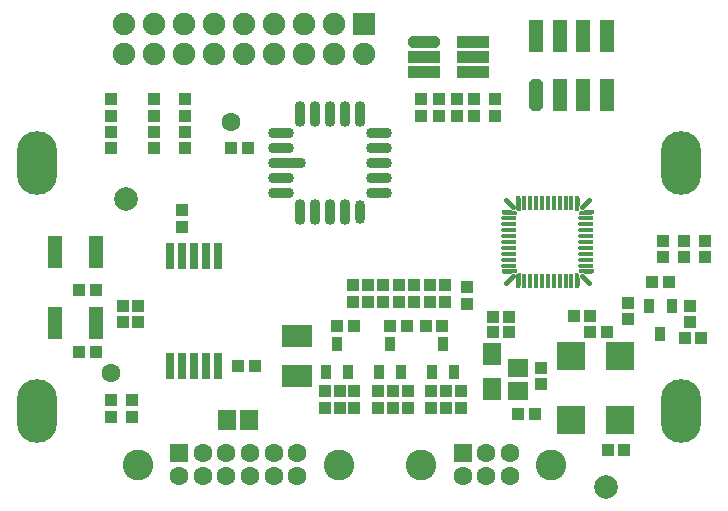
<source format=gts>
G04 Layer_Color=8388736*
%FSLAX44Y44*%
%MOMM*%
G71*
G01*
G75*
%ADD58R,0.9000X1.2000*%
%ADD59R,2.6000X1.8500*%
%ADD60O,0.9000X2.2000*%
%ADD61O,2.2000X0.9000*%
%ADD62O,0.9000X2.0000*%
%ADD63O,3.2000X0.9000*%
%ADD64R,1.2000X2.7000*%
G04:AMPARAMS|DCode=65|XSize=1.2mm|YSize=2.7mm|CornerRadius=0mm|HoleSize=0mm|Usage=FLASHONLY|Rotation=0.000|XOffset=0mm|YOffset=0mm|HoleType=Round|Shape=Octagon|*
%AMOCTAGOND65*
4,1,8,-0.3000,1.3500,0.3000,1.3500,0.6000,1.0500,0.6000,-1.0500,0.3000,-1.3500,-0.3000,-1.3500,-0.6000,-1.0500,-0.6000,1.0500,-0.3000,1.3500,0.0*
%
%ADD65OCTAGOND65*%

%ADD66R,2.8000X1.0000*%
G04:AMPARAMS|DCode=67|XSize=2.7mm|YSize=1mm|CornerRadius=0mm|HoleSize=0mm|Usage=FLASHONLY|Rotation=0.000|XOffset=0mm|YOffset=0mm|HoleType=Round|Shape=Octagon|*
%AMOCTAGOND67*
4,1,8,1.3500,-0.2500,1.3500,0.2500,1.1000,0.5000,-1.1000,0.5000,-1.3500,0.2500,-1.3500,-0.2500,-1.1000,-0.5000,1.1000,-0.5000,1.3500,-0.2500,0.0*
%
%ADD67OCTAGOND67*%

%ADD68R,2.4000X2.4000*%
%ADD69R,1.6000X1.8500*%
%ADD70R,1.7000X1.5000*%
%ADD71R,1.3000X2.8000*%
%ADD72R,1.0500X1.0500*%
%ADD73C,0.4000*%
%ADD74O,0.4000X1.3000*%
%ADD75O,1.3000X0.4000*%
G04:AMPARAMS|DCode=76|XSize=0.4mm|YSize=1.3mm|CornerRadius=0mm|HoleSize=0mm|Usage=FLASHONLY|Rotation=225.000|XOffset=0mm|YOffset=0mm|HoleType=Round|Shape=Round|*
%AMOVALD76*
21,1,0.9000,0.4000,0.0000,0.0000,315.0*
1,1,0.4000,-0.3182,0.3182*
1,1,0.4000,0.3182,-0.3182*
%
%ADD76OVALD76*%

G04:AMPARAMS|DCode=77|XSize=0.4mm|YSize=1.3mm|CornerRadius=0mm|HoleSize=0mm|Usage=FLASHONLY|Rotation=315.000|XOffset=0mm|YOffset=0mm|HoleType=Round|Shape=Round|*
%AMOVALD77*
21,1,0.9000,0.4000,0.0000,0.0000,45.0*
1,1,0.4000,-0.3182,-0.3182*
1,1,0.4000,0.3182,0.3182*
%
%ADD77OVALD77*%

%ADD78R,0.8000X2.2000*%
%ADD79R,1.5000X1.7000*%
%ADD80R,1.0500X1.0500*%
%ADD81C,2.0000*%
%ADD82R,1.6000X1.6000*%
%ADD83C,1.6000*%
%ADD84C,2.6000*%
%ADD85C,1.9000*%
%ADD86R,1.9000X1.9000*%
%ADD87O,3.4000X5.4000*%
G36*
X383864Y-59498D02*
X394364Y-59499D01*
X394462Y-59508D01*
X394519Y-59525D01*
X394556Y-59537D01*
X394556Y-59537D01*
D01*
X394643Y-59583D01*
X394702Y-59632D01*
X394719Y-59646D01*
Y-59646D01*
X394719D01*
X394733Y-59662D01*
X394781Y-59722D01*
X394828Y-59809D01*
D01*
X394828Y-59809D01*
X394839Y-59846D01*
X394856Y-59903D01*
X394866Y-60001D01*
X394866Y-63001D01*
X394857Y-63099D01*
X394828Y-63193D01*
X394782Y-63280D01*
X394719Y-63356D01*
X394643Y-63419D01*
X394556Y-63465D01*
X394462Y-63494D01*
X394364Y-63503D01*
X388113Y-63504D01*
D01*
X388112Y-63504D01*
X388048Y-63498D01*
X388014Y-63494D01*
X388014Y-63494D01*
X388014D01*
X387991Y-63487D01*
X387920Y-63466D01*
X387833Y-63419D01*
X387833Y-63419D01*
X387833Y-63419D01*
X387791Y-63384D01*
X387757Y-63357D01*
X387757Y-63357D01*
X387757Y-63357D01*
X387405Y-63004D01*
X384618Y-63003D01*
X384573Y-62998D01*
X384525Y-62994D01*
X384523Y-62993D01*
X384520Y-62993D01*
X384477Y-62980D01*
X384431Y-62966D01*
X384428Y-62965D01*
X384426Y-62965D01*
X384387Y-62944D01*
X384343Y-62921D01*
X384341Y-62919D01*
X384339Y-62918D01*
X384304Y-62889D01*
X384267Y-62859D01*
X383512Y-62118D01*
X383510Y-62116D01*
X383508Y-62114D01*
X383478Y-62078D01*
X383448Y-62042D01*
X383447Y-62040D01*
X383446Y-62038D01*
X383424Y-61996D01*
X383401Y-61955D01*
X383401Y-61953D01*
X383399Y-61951D01*
X383385Y-61905D01*
X383372Y-61861D01*
X383372Y-61859D01*
X383371Y-61857D01*
X383366Y-61811D01*
X383361Y-61764D01*
X383361Y-61761D01*
X383361Y-61759D01*
X383362Y-60001D01*
X383365Y-59962D01*
X383371Y-59903D01*
X383371Y-59903D01*
Y-59903D01*
X383377Y-59883D01*
X383400Y-59809D01*
X383400Y-59809D01*
Y-59809D01*
X383412Y-59786D01*
X383446Y-59722D01*
X383446Y-59722D01*
X383446Y-59722D01*
X383475Y-59687D01*
X383509Y-59646D01*
X383509Y-59646D01*
X383509Y-59646D01*
X383550Y-59612D01*
X383585Y-59583D01*
X383585Y-59583D01*
X383585Y-59583D01*
X383649Y-59549D01*
X383672Y-59537D01*
X383672D01*
X383672Y-59537D01*
X383746Y-59514D01*
X383766Y-59508D01*
X383766D01*
X383766Y-59508D01*
X383825Y-59502D01*
X383864Y-59498D01*
X383864D01*
D01*
D01*
D02*
G37*
G36*
X319864Y-59497D02*
X330364Y-59498D01*
X330412Y-59502D01*
X330462Y-59507D01*
X330462Y-59507D01*
X330462D01*
X330511Y-59522D01*
X330556Y-59536D01*
X330556Y-59536D01*
X330556Y-59536D01*
X330615Y-59567D01*
X330643Y-59582D01*
X330643Y-59582D01*
X330643Y-59582D01*
X330689Y-59620D01*
X330719Y-59645D01*
X330719Y-59645D01*
X330719Y-59645D01*
X330744Y-59675D01*
X330782Y-59721D01*
X330782Y-59721D01*
X330782Y-59721D01*
X330797Y-59749D01*
X330828Y-59808D01*
X330828Y-59808D01*
X330828Y-59808D01*
X330842Y-59853D01*
X330857Y-59902D01*
Y-59902D01*
X330857Y-59902D01*
X330862Y-59952D01*
X330866Y-60000D01*
X330867Y-61759D01*
X330867Y-61761D01*
X330867Y-61764D01*
X330862Y-61812D01*
X330857Y-61857D01*
X330857Y-61859D01*
X330856Y-61862D01*
X330842Y-61907D01*
X330829Y-61951D01*
X330827Y-61954D01*
X330827Y-61956D01*
X330804Y-61998D01*
X330782Y-62038D01*
X330781Y-62040D01*
X330779Y-62042D01*
X330749Y-62078D01*
X330720Y-62114D01*
X330718Y-62116D01*
X330716Y-62118D01*
X329961Y-62858D01*
X329925Y-62887D01*
X329889Y-62917D01*
X329887Y-62918D01*
X329884Y-62920D01*
X329843Y-62941D01*
X329802Y-62963D01*
X329799Y-62964D01*
X329797Y-62965D01*
X329753Y-62978D01*
X329708Y-62992D01*
X329705Y-62992D01*
X329703Y-62993D01*
X329656Y-62997D01*
X329610Y-63001D01*
X326822Y-63003D01*
X326470Y-63355D01*
X326469Y-63355D01*
X326469Y-63355D01*
X326430Y-63388D01*
X326394Y-63418D01*
X326393Y-63418D01*
X326393Y-63418D01*
X326366Y-63432D01*
X326307Y-63464D01*
X326306Y-63464D01*
X326306Y-63464D01*
X326243Y-63484D01*
X326212Y-63493D01*
X326212D01*
X326212Y-63493D01*
X326168Y-63497D01*
X326114Y-63502D01*
X326114Y-63502D01*
X326114D01*
X319864Y-63502D01*
X319864D01*
D01*
X319766Y-63493D01*
X319672Y-63464D01*
X319625Y-63439D01*
X319585Y-63418D01*
X319509Y-63355D01*
Y-63355D01*
X319509D01*
X319446Y-63279D01*
X319424Y-63239D01*
X319400Y-63192D01*
X319371Y-63098D01*
X319361Y-63000D01*
D01*
Y-63000D01*
X319362Y-60000D01*
X319371Y-59902D01*
X319400Y-59808D01*
X319425Y-59761D01*
X319446Y-59721D01*
X319509Y-59645D01*
X319509D01*
Y-59645D01*
X319585Y-59582D01*
X319625Y-59561D01*
X319672Y-59536D01*
X319766Y-59507D01*
X319864Y-59497D01*
X319864D01*
D01*
D01*
D02*
G37*
G36*
X333613Y-62748D02*
X333652Y-62751D01*
X333711Y-62757D01*
X333711Y-62757D01*
X333711D01*
X333731Y-62763D01*
X333805Y-62786D01*
X333805Y-62786D01*
X333806D01*
X333828Y-62798D01*
X333892Y-62832D01*
X333892Y-62832D01*
X333892Y-62832D01*
X333927Y-62861D01*
X333968Y-62895D01*
X333968Y-62895D01*
X333968Y-62895D01*
X334002Y-62936D01*
X334031Y-62971D01*
X334031Y-62971D01*
X334031Y-62971D01*
X334065Y-63035D01*
X334077Y-63058D01*
Y-63058D01*
X334077Y-63058D01*
X334100Y-63132D01*
X334106Y-63152D01*
Y-63152D01*
X334106Y-63152D01*
X334112Y-63211D01*
X334115Y-63250D01*
Y-63250D01*
D01*
D01*
X334115Y-73750D01*
X334106Y-73848D01*
X334088Y-73905D01*
X334077Y-73942D01*
X334077Y-73942D01*
D01*
X334031Y-74029D01*
X333982Y-74088D01*
X333968Y-74105D01*
X333968D01*
Y-74105D01*
X333952Y-74119D01*
X333892Y-74167D01*
X333805Y-74214D01*
D01*
X333805Y-74214D01*
X333768Y-74225D01*
X333711Y-74243D01*
X333613Y-74252D01*
X330613Y-74253D01*
X330515Y-74243D01*
X330421Y-74214D01*
X330334Y-74168D01*
X330258Y-74105D01*
X330195Y-74029D01*
X330149Y-73942D01*
X330120Y-73848D01*
X330111Y-73750D01*
X330110Y-67499D01*
D01*
X330110Y-67498D01*
X330116Y-67435D01*
X330120Y-67401D01*
X330120Y-67400D01*
Y-67400D01*
X330127Y-67377D01*
X330148Y-67306D01*
X330195Y-67219D01*
X330195Y-67219D01*
X330195Y-67219D01*
X330229Y-67177D01*
X330257Y-67143D01*
X330257Y-67143D01*
X330257Y-67143D01*
X330610Y-66791D01*
X330611Y-64004D01*
X330616Y-63959D01*
X330620Y-63911D01*
X330620Y-63909D01*
X330621Y-63906D01*
X330634Y-63863D01*
X330648Y-63817D01*
X330649Y-63814D01*
X330649Y-63812D01*
X330670Y-63773D01*
X330693Y-63729D01*
X330695Y-63727D01*
X330696Y-63725D01*
X330725Y-63689D01*
X330755Y-63653D01*
X331497Y-62898D01*
X331498Y-62896D01*
X331500Y-62894D01*
X331536Y-62864D01*
X331572Y-62834D01*
X331574Y-62833D01*
X331576Y-62832D01*
X331617Y-62810D01*
X331659Y-62787D01*
X331661Y-62787D01*
X331663Y-62785D01*
X331709Y-62771D01*
X331753Y-62758D01*
X331755Y-62758D01*
X331757Y-62757D01*
X331803Y-62752D01*
X331850Y-62747D01*
X331853Y-62747D01*
X331855Y-62747D01*
X333613Y-62748D01*
D02*
G37*
G36*
X382426Y-62752D02*
X382471Y-62757D01*
X382473Y-62758D01*
X382476Y-62758D01*
X382521Y-62772D01*
X382565Y-62785D01*
X382567Y-62786D01*
X382570Y-62787D01*
X382612Y-62810D01*
X382652Y-62832D01*
X382654Y-62833D01*
X382656Y-62835D01*
X382692Y-62865D01*
X382728Y-62894D01*
X382730Y-62896D01*
X382732Y-62898D01*
X383472Y-63653D01*
X383501Y-63689D01*
X383531Y-63725D01*
X383532Y-63727D01*
X383534Y-63730D01*
X383555Y-63771D01*
X383577Y-63812D01*
X383578Y-63815D01*
X383579Y-63817D01*
X383592Y-63861D01*
X383606Y-63906D01*
X383606Y-63909D01*
X383607Y-63911D01*
X383611Y-63958D01*
X383615Y-64004D01*
X383617Y-66792D01*
X383969Y-67144D01*
X383969Y-67144D01*
X383969Y-67145D01*
X384002Y-67184D01*
X384032Y-67221D01*
X384032Y-67221D01*
X384032Y-67221D01*
X384046Y-67248D01*
X384078Y-67307D01*
X384078Y-67307D01*
X384078Y-67308D01*
X384098Y-67371D01*
X384107Y-67401D01*
Y-67402D01*
X384107Y-67402D01*
X384111Y-67446D01*
X384117Y-67499D01*
X384117Y-67500D01*
Y-67500D01*
X384117Y-73750D01*
D01*
Y-73750D01*
X384107Y-73848D01*
X384078Y-73942D01*
X384053Y-73989D01*
X384032Y-74029D01*
X383969Y-74105D01*
X383969D01*
Y-74105D01*
X383893Y-74168D01*
X383853Y-74189D01*
X383806Y-74214D01*
X383712Y-74243D01*
X383614Y-74253D01*
X383614D01*
D01*
X380614Y-74252D01*
X380516Y-74243D01*
X380422Y-74214D01*
X380375Y-74189D01*
X380335Y-74168D01*
X380259Y-74105D01*
Y-74105D01*
X380259D01*
X380196Y-74029D01*
X380175Y-73989D01*
X380150Y-73942D01*
X380121Y-73848D01*
X380112Y-73750D01*
Y-73750D01*
D01*
D01*
X380112Y-63250D01*
X380116Y-63202D01*
X380121Y-63152D01*
X380121Y-63152D01*
Y-63152D01*
X380136Y-63103D01*
X380150Y-63058D01*
X380150Y-63058D01*
X380150Y-63058D01*
X380181Y-62999D01*
X380196Y-62971D01*
X380196Y-62971D01*
X380196Y-62971D01*
X380234Y-62925D01*
X380259Y-62895D01*
X380259Y-62895D01*
X380259Y-62895D01*
X380289Y-62870D01*
X380335Y-62832D01*
X380335Y-62832D01*
X380335Y-62832D01*
X380363Y-62817D01*
X380422Y-62786D01*
X380422Y-62786D01*
X380422Y-62786D01*
X380467Y-62772D01*
X380516Y-62757D01*
X380516D01*
X380516Y-62757D01*
X380566Y-62752D01*
X380614Y-62748D01*
X382373Y-62747D01*
X382375Y-62747D01*
X382378Y-62747D01*
X382426Y-62752D01*
D02*
G37*
G36*
X326168Y-9503D02*
X326212Y-9507D01*
X326212Y-9507D01*
X326212D01*
X326243Y-9516D01*
X326306Y-9536D01*
X326306Y-9536D01*
X326307Y-9536D01*
X326366Y-9568D01*
X326393Y-9582D01*
X326393Y-9582D01*
X326394Y-9582D01*
X326430Y-9612D01*
X326469Y-9645D01*
X326469Y-9645D01*
X326470Y-9645D01*
X326822Y-9997D01*
X329610Y-9999D01*
X329656Y-10003D01*
X329703Y-10007D01*
X329705Y-10008D01*
X329708Y-10008D01*
X329753Y-10022D01*
X329797Y-10035D01*
X329799Y-10036D01*
X329802Y-10037D01*
X329843Y-10059D01*
X329884Y-10080D01*
X329887Y-10082D01*
X329889Y-10083D01*
X329925Y-10113D01*
X329961Y-10142D01*
X330716Y-10882D01*
X330718Y-10884D01*
X330720Y-10886D01*
X330749Y-10922D01*
X330779Y-10957D01*
X330781Y-10960D01*
X330782Y-10962D01*
X330804Y-11002D01*
X330827Y-11044D01*
X330827Y-11046D01*
X330829Y-11049D01*
X330842Y-11093D01*
X330856Y-11138D01*
X330857Y-11140D01*
X330857Y-11143D01*
X330862Y-11188D01*
X330867Y-11236D01*
X330867Y-11238D01*
X330867Y-11241D01*
X330866Y-13000D01*
X330862Y-13048D01*
X330857Y-13098D01*
X330857Y-13098D01*
Y-13098D01*
X330842Y-13147D01*
X330828Y-13192D01*
X330828Y-13192D01*
X330828Y-13192D01*
X330797Y-13251D01*
X330782Y-13279D01*
X330782Y-13279D01*
X330782Y-13279D01*
X330744Y-13325D01*
X330719Y-13355D01*
X330719Y-13355D01*
X330719Y-13355D01*
X330689Y-13380D01*
X330643Y-13418D01*
X330643Y-13418D01*
X330643Y-13418D01*
X330615Y-13433D01*
X330556Y-13464D01*
X330556Y-13464D01*
X330556Y-13464D01*
X330511Y-13478D01*
X330462Y-13493D01*
X330462D01*
X330462Y-13493D01*
X330412Y-13498D01*
X330364Y-13502D01*
X319864Y-13502D01*
D01*
D01*
X319864D01*
X319766Y-13493D01*
X319672Y-13464D01*
X319625Y-13439D01*
X319585Y-13418D01*
X319509Y-13355D01*
Y-13355D01*
X319509D01*
X319446Y-13279D01*
X319425Y-13239D01*
X319400Y-13192D01*
X319371Y-13098D01*
X319362Y-13000D01*
X319361Y-10000D01*
Y-10000D01*
D01*
X319371Y-9902D01*
X319400Y-9808D01*
X319424Y-9761D01*
X319446Y-9721D01*
X319509Y-9645D01*
X319509D01*
Y-9645D01*
X319585Y-9582D01*
X319625Y-9560D01*
X319672Y-9536D01*
X319766Y-9507D01*
X319864Y-9497D01*
D01*
X319864D01*
X326114Y-9497D01*
X326114D01*
X326114Y-9497D01*
X326168Y-9503D01*
D02*
G37*
G36*
X383712Y1243D02*
X383806Y1214D01*
X383853Y1190D01*
X383893Y1168D01*
X383969Y1105D01*
Y1105D01*
X383969D01*
X384032Y1029D01*
X384053Y989D01*
X384078Y942D01*
X384107Y848D01*
X384117Y750D01*
Y750D01*
D01*
X384117Y-5500D01*
Y-5500D01*
X384117Y-5500D01*
X384111Y-5554D01*
X384107Y-5598D01*
X384107Y-5598D01*
Y-5598D01*
X384098Y-5629D01*
X384078Y-5692D01*
X384078Y-5692D01*
X384078Y-5693D01*
X384046Y-5752D01*
X384032Y-5779D01*
X384032Y-5779D01*
X384032Y-5780D01*
X384002Y-5816D01*
X383969Y-5855D01*
X383969Y-5856D01*
X383969Y-5856D01*
X383617Y-6208D01*
X383615Y-8996D01*
X383611Y-9042D01*
X383607Y-9089D01*
X383606Y-9091D01*
X383606Y-9094D01*
X383592Y-9139D01*
X383579Y-9183D01*
X383578Y-9186D01*
X383577Y-9188D01*
X383555Y-9229D01*
X383534Y-9270D01*
X383532Y-9273D01*
X383531Y-9275D01*
X383501Y-9311D01*
X383472Y-9347D01*
X382732Y-10102D01*
X382730Y-10104D01*
X382728Y-10106D01*
X382692Y-10135D01*
X382656Y-10165D01*
X382654Y-10167D01*
X382652Y-10168D01*
X382612Y-10190D01*
X382570Y-10213D01*
X382567Y-10213D01*
X382565Y-10215D01*
X382521Y-10228D01*
X382476Y-10242D01*
X382473Y-10243D01*
X382471Y-10243D01*
X382426Y-10248D01*
X382378Y-10253D01*
X382375Y-10253D01*
X382373Y-10253D01*
X380614Y-10252D01*
X380566Y-10248D01*
X380516Y-10243D01*
X380516Y-10243D01*
X380516D01*
X380467Y-10228D01*
X380422Y-10214D01*
X380422Y-10214D01*
X380422Y-10214D01*
X380363Y-10183D01*
X380335Y-10168D01*
X380335Y-10168D01*
X380335Y-10168D01*
X380289Y-10130D01*
X380259Y-10105D01*
X380259Y-10105D01*
X380259Y-10105D01*
X380234Y-10075D01*
X380196Y-10029D01*
X380196Y-10029D01*
X380196Y-10029D01*
X380181Y-10000D01*
X380150Y-9942D01*
X380150Y-9942D01*
X380150Y-9942D01*
X380136Y-9897D01*
X380121Y-9848D01*
Y-9848D01*
X380121Y-9848D01*
X380116Y-9798D01*
X380112Y-9750D01*
X380112Y750D01*
D01*
D01*
Y750D01*
X380121Y848D01*
X380150Y942D01*
X380175Y989D01*
X380196Y1029D01*
X380259Y1105D01*
X380259D01*
Y1105D01*
X380335Y1168D01*
X380375Y1189D01*
X380422Y1214D01*
X380516Y1243D01*
X380614Y1252D01*
X383614Y1252D01*
D01*
X383614D01*
X383712Y1243D01*
D02*
G37*
G36*
X388113Y-9496D02*
D01*
X394364Y-9496D01*
X394462Y-9506D01*
X394556Y-9535D01*
X394643Y-9581D01*
X394719Y-9644D01*
X394782Y-9720D01*
X394828Y-9807D01*
X394857Y-9901D01*
X394866Y-9999D01*
X394866Y-12999D01*
X394856Y-13097D01*
X394839Y-13154D01*
X394828Y-13191D01*
X394828Y-13191D01*
D01*
X394781Y-13278D01*
X394733Y-13338D01*
X394719Y-13354D01*
X394719D01*
Y-13354D01*
X394702Y-13368D01*
X394643Y-13417D01*
X394556Y-13463D01*
D01*
X394556Y-13463D01*
X394519Y-13474D01*
X394462Y-13492D01*
X394364Y-13501D01*
X383864Y-13501D01*
D01*
D01*
X383864D01*
X383825Y-13498D01*
X383766Y-13492D01*
X383766Y-13492D01*
X383766D01*
X383746Y-13486D01*
X383672Y-13463D01*
X383672Y-13463D01*
X383672D01*
X383649Y-13451D01*
X383585Y-13417D01*
X383585Y-13417D01*
X383585Y-13417D01*
X383550Y-13388D01*
X383509Y-13355D01*
X383509Y-13354D01*
X383509Y-13354D01*
X383475Y-13313D01*
X383446Y-13278D01*
X383446Y-13278D01*
X383446Y-13278D01*
X383412Y-13214D01*
X383400Y-13191D01*
Y-13191D01*
X383400Y-13191D01*
X383377Y-13117D01*
X383371Y-13097D01*
Y-13097D01*
X383371Y-13097D01*
X383365Y-13038D01*
X383362Y-12999D01*
X383361Y-11241D01*
X383361Y-11239D01*
X383361Y-11236D01*
X383366Y-11189D01*
X383371Y-11143D01*
X383372Y-11141D01*
X383372Y-11138D01*
X383385Y-11095D01*
X383399Y-11049D01*
X383401Y-11047D01*
X383401Y-11044D01*
X383424Y-11003D01*
X383446Y-10962D01*
X383447Y-10960D01*
X383448Y-10958D01*
X383478Y-10922D01*
X383508Y-10886D01*
X383510Y-10884D01*
X383512Y-10883D01*
X384267Y-10141D01*
X384304Y-10111D01*
X384339Y-10082D01*
X384341Y-10081D01*
X384343Y-10079D01*
X384387Y-10056D01*
X384426Y-10035D01*
X384428Y-10035D01*
X384431Y-10034D01*
X384477Y-10020D01*
X384520Y-10007D01*
X384523Y-10007D01*
X384525Y-10006D01*
X384573Y-10002D01*
X384618Y-9997D01*
X387405Y-9996D01*
X387757Y-9643D01*
X387757Y-9643D01*
X387757Y-9643D01*
X387791Y-9615D01*
X387833Y-9581D01*
X387833Y-9581D01*
X387833Y-9581D01*
X387920Y-9534D01*
X387991Y-9513D01*
X388014Y-9506D01*
X388014D01*
X388014Y-9506D01*
X388048Y-9502D01*
X388112Y-9496D01*
X388113Y-9496D01*
D02*
G37*
G36*
X333613Y1252D02*
X333711Y1243D01*
X333768Y1225D01*
X333805Y1214D01*
X333805Y1214D01*
D01*
X333892Y1168D01*
X333952Y1119D01*
X333968Y1105D01*
Y1105D01*
X333968D01*
X333982Y1088D01*
X334031Y1029D01*
X334077Y942D01*
D01*
X334077Y942D01*
X334088Y905D01*
X334106Y848D01*
X334115Y750D01*
X334115Y-9750D01*
D01*
D01*
Y-9750D01*
X334112Y-9789D01*
X334106Y-9848D01*
X334106Y-9848D01*
Y-9848D01*
X334100Y-9868D01*
X334077Y-9942D01*
X334077Y-9942D01*
Y-9942D01*
X334065Y-9965D01*
X334031Y-10029D01*
X334031Y-10029D01*
X334031Y-10029D01*
X334002Y-10064D01*
X333968Y-10105D01*
X333968Y-10105D01*
X333968Y-10105D01*
X333927Y-10139D01*
X333892Y-10168D01*
X333892Y-10168D01*
X333892Y-10168D01*
X333828Y-10202D01*
X333806Y-10214D01*
X333805D01*
X333805Y-10214D01*
X333731Y-10237D01*
X333711Y-10243D01*
X333711D01*
X333711Y-10243D01*
X333652Y-10249D01*
X333613Y-10252D01*
X331855Y-10253D01*
X331853Y-10252D01*
X331850Y-10253D01*
X331803Y-10248D01*
X331757Y-10243D01*
X331755Y-10242D01*
X331753Y-10242D01*
X331709Y-10229D01*
X331663Y-10215D01*
X331661Y-10213D01*
X331659Y-10213D01*
X331617Y-10190D01*
X331576Y-10168D01*
X331574Y-10167D01*
X331572Y-10165D01*
X331536Y-10136D01*
X331500Y-10106D01*
X331498Y-10104D01*
X331497Y-10102D01*
X330755Y-9347D01*
X330725Y-9310D01*
X330696Y-9275D01*
X330695Y-9273D01*
X330693Y-9271D01*
X330670Y-9227D01*
X330649Y-9188D01*
X330649Y-9186D01*
X330648Y-9183D01*
X330634Y-9137D01*
X330621Y-9093D01*
X330620Y-9091D01*
X330620Y-9089D01*
X330616Y-9041D01*
X330611Y-8996D01*
X330610Y-6209D01*
X330257Y-5857D01*
X330257Y-5857D01*
X330257Y-5857D01*
X330229Y-5823D01*
X330195Y-5781D01*
X330195Y-5781D01*
X330195Y-5781D01*
X330148Y-5694D01*
X330127Y-5623D01*
X330120Y-5600D01*
Y-5599D01*
X330120Y-5599D01*
X330116Y-5566D01*
X330110Y-5502D01*
X330110Y-5501D01*
D01*
X330111Y750D01*
X330120Y848D01*
X330149Y942D01*
X330195Y1029D01*
X330258Y1105D01*
X330334Y1168D01*
X330421Y1214D01*
X330515Y1243D01*
X330613Y1252D01*
X333613Y1252D01*
D02*
G37*
D58*
X452500Y-114500D02*
D03*
X443000Y-90500D02*
D03*
X462000D02*
D03*
X258919Y-147000D02*
D03*
X277919D02*
D03*
X268419Y-123000D02*
D03*
X223419D02*
D03*
X232919Y-147000D02*
D03*
X213919D02*
D03*
X168919D02*
D03*
X187919D02*
D03*
X178419Y-123000D02*
D03*
D59*
X145000Y-150000D02*
D03*
Y-116000D02*
D03*
D60*
X147100Y71500D02*
D03*
X159800D02*
D03*
X172500D02*
D03*
X185200D02*
D03*
X197900D02*
D03*
X185200Y-11500D02*
D03*
X172500D02*
D03*
X159800D02*
D03*
X147100D02*
D03*
D61*
X214000Y55400D02*
D03*
Y42700D02*
D03*
Y30000D02*
D03*
Y17300D02*
D03*
Y4600D02*
D03*
X131000D02*
D03*
Y17300D02*
D03*
Y42700D02*
D03*
Y55400D02*
D03*
D62*
X197900Y-11500D02*
D03*
D63*
X136000Y30000D02*
D03*
D64*
X407114Y137500D02*
D03*
Y87500D02*
D03*
X387114Y137500D02*
D03*
Y87500D02*
D03*
X367114Y137500D02*
D03*
Y87500D02*
D03*
X347114Y137500D02*
D03*
D65*
Y87500D02*
D03*
D66*
X293419Y132700D02*
D03*
Y120000D02*
D03*
Y107300D02*
D03*
X252419Y120000D02*
D03*
Y107300D02*
D03*
D67*
Y132700D02*
D03*
D68*
X376500Y-187050D02*
D03*
X418500D02*
D03*
Y-133050D02*
D03*
X376500Y-132950D02*
D03*
D69*
X310000Y-131000D02*
D03*
Y-161000D02*
D03*
D70*
X332000Y-143500D02*
D03*
Y-162500D02*
D03*
D71*
X-60000Y-45000D02*
D03*
X-25000D02*
D03*
Y-105000D02*
D03*
X-60000D02*
D03*
D72*
X109000Y-141500D02*
D03*
X95000D02*
D03*
X-25501Y-77501D02*
D03*
X-39501D02*
D03*
X346000Y-182000D02*
D03*
X332000D02*
D03*
X379000Y-99000D02*
D03*
X393000D02*
D03*
X324500Y-100000D02*
D03*
X310500D02*
D03*
X310500Y-112500D02*
D03*
X324500D02*
D03*
X-25500Y-130000D02*
D03*
X-39500D02*
D03*
X267919Y-107500D02*
D03*
X253919D02*
D03*
X408000Y-212500D02*
D03*
X422000D02*
D03*
X407000Y-112500D02*
D03*
X393000D02*
D03*
X487000Y-117500D02*
D03*
X473000D02*
D03*
X445500Y-70000D02*
D03*
X459500D02*
D03*
X223919Y-107500D02*
D03*
X237919D02*
D03*
X179000Y-108000D02*
D03*
X193000D02*
D03*
X103000Y43000D02*
D03*
X89000D02*
D03*
D73*
X394364Y-11500D02*
D03*
X382114Y750D02*
D03*
Y-73750D02*
D03*
X394364Y-61500D02*
D03*
X319864D02*
D03*
X332114Y-73750D02*
D03*
X319864Y-11500D02*
D03*
X332114Y750D02*
D03*
D74*
X377114Y-3750D02*
D03*
X372114D02*
D03*
X367114D02*
D03*
X362114D02*
D03*
X357114D02*
D03*
X352114D02*
D03*
X347114D02*
D03*
X342114D02*
D03*
X337114D02*
D03*
Y-69250D02*
D03*
X342114D02*
D03*
X347114D02*
D03*
X352114D02*
D03*
X357114D02*
D03*
X362114D02*
D03*
X367114D02*
D03*
X372114D02*
D03*
X377114D02*
D03*
D75*
X324364Y-16500D02*
D03*
Y-21500D02*
D03*
Y-26500D02*
D03*
Y-31500D02*
D03*
Y-36500D02*
D03*
Y-41500D02*
D03*
Y-46500D02*
D03*
Y-51500D02*
D03*
Y-56500D02*
D03*
X389864D02*
D03*
Y-51500D02*
D03*
Y-46500D02*
D03*
Y-41500D02*
D03*
Y-36500D02*
D03*
Y-31500D02*
D03*
Y-26500D02*
D03*
Y-21500D02*
D03*
Y-16500D02*
D03*
D76*
X324914Y-4300D02*
D03*
X389314Y-68700D02*
D03*
D77*
X324914D02*
D03*
X389314Y-4300D02*
D03*
D78*
X77500Y-48500D02*
D03*
X57500Y-141500D02*
D03*
X67500Y-48500D02*
D03*
X47500D02*
D03*
X37500D02*
D03*
X37500Y-141500D02*
D03*
X47500D02*
D03*
X67500D02*
D03*
X77500D02*
D03*
X57500Y-48500D02*
D03*
D79*
X104500Y-187500D02*
D03*
X85500D02*
D03*
D80*
X-12500Y-184500D02*
D03*
Y-170500D02*
D03*
X295000Y84500D02*
D03*
Y70500D02*
D03*
X270000Y-87000D02*
D03*
Y-73000D02*
D03*
X312500Y84500D02*
D03*
Y70500D02*
D03*
X472500Y-49500D02*
D03*
Y-35500D02*
D03*
X-12500Y43000D02*
D03*
Y57000D02*
D03*
X23500D02*
D03*
Y43000D02*
D03*
X50000Y57000D02*
D03*
Y43000D02*
D03*
X283419Y-177000D02*
D03*
Y-163000D02*
D03*
X238419Y-177000D02*
D03*
Y-163000D02*
D03*
X193419Y-177000D02*
D03*
Y-163000D02*
D03*
X455000Y-49500D02*
D03*
Y-35500D02*
D03*
X-12500Y70300D02*
D03*
Y84300D02*
D03*
X23500Y70500D02*
D03*
Y84500D02*
D03*
X50000Y70500D02*
D03*
Y84500D02*
D03*
X258419Y-163000D02*
D03*
Y-177000D02*
D03*
X270919Y-163000D02*
D03*
Y-177000D02*
D03*
X213419Y-163000D02*
D03*
Y-177000D02*
D03*
X225919Y-163000D02*
D03*
Y-177000D02*
D03*
X168419Y-163000D02*
D03*
Y-177000D02*
D03*
X180919Y-163000D02*
D03*
Y-177000D02*
D03*
X265000Y84500D02*
D03*
Y70500D02*
D03*
X250000Y84500D02*
D03*
Y70500D02*
D03*
X280000Y84500D02*
D03*
Y70500D02*
D03*
X351000Y-157000D02*
D03*
Y-143000D02*
D03*
X244000Y-87000D02*
D03*
Y-73000D02*
D03*
X257000Y-87000D02*
D03*
Y-73000D02*
D03*
X218000Y-87000D02*
D03*
Y-73000D02*
D03*
X205000Y-87000D02*
D03*
Y-73000D02*
D03*
X231000Y-87000D02*
D03*
Y-73000D02*
D03*
X192000Y-87000D02*
D03*
Y-73000D02*
D03*
X-2500Y-104500D02*
D03*
Y-90500D02*
D03*
X10000Y-90500D02*
D03*
Y-104500D02*
D03*
X490000Y-35500D02*
D03*
Y-49500D02*
D03*
X425000Y-88000D02*
D03*
Y-102000D02*
D03*
X477500Y-90500D02*
D03*
Y-104500D02*
D03*
X289000Y-75000D02*
D03*
Y-89000D02*
D03*
X5000Y-184500D02*
D03*
Y-170500D02*
D03*
X47500Y-23500D02*
D03*
Y-9500D02*
D03*
D81*
X406000Y-244000D02*
D03*
X0Y0D02*
D03*
D82*
X45000Y-215000D02*
D03*
X285000D02*
D03*
D83*
X125000Y-235000D02*
D03*
X145000Y-215000D02*
D03*
Y-235000D02*
D03*
X45000D02*
D03*
X65000Y-215000D02*
D03*
Y-235000D02*
D03*
X85000Y-215000D02*
D03*
Y-235000D02*
D03*
X105000Y-215000D02*
D03*
Y-235000D02*
D03*
X125000Y-215000D02*
D03*
X285000Y-235000D02*
D03*
X305000Y-215000D02*
D03*
Y-235000D02*
D03*
X325000Y-215000D02*
D03*
Y-235000D02*
D03*
X-12500Y-147500D02*
D03*
X89000Y65000D02*
D03*
D84*
X10000Y-225000D02*
D03*
X180000D02*
D03*
X250000D02*
D03*
X360000D02*
D03*
D85*
X-1600Y122900D02*
D03*
Y148300D02*
D03*
X150800Y122900D02*
D03*
X176200Y148300D02*
D03*
Y122900D02*
D03*
X201600D02*
D03*
X125400D02*
D03*
X100000D02*
D03*
X125400Y148300D02*
D03*
X150800D02*
D03*
X100000D02*
D03*
X23800D02*
D03*
X74600D02*
D03*
X49200D02*
D03*
X23800Y122900D02*
D03*
X49200D02*
D03*
X74600D02*
D03*
D86*
X201600Y148300D02*
D03*
D87*
X-75000Y30000D02*
D03*
X470000D02*
D03*
Y-180000D02*
D03*
X-75000Y-180000D02*
D03*
M02*

</source>
